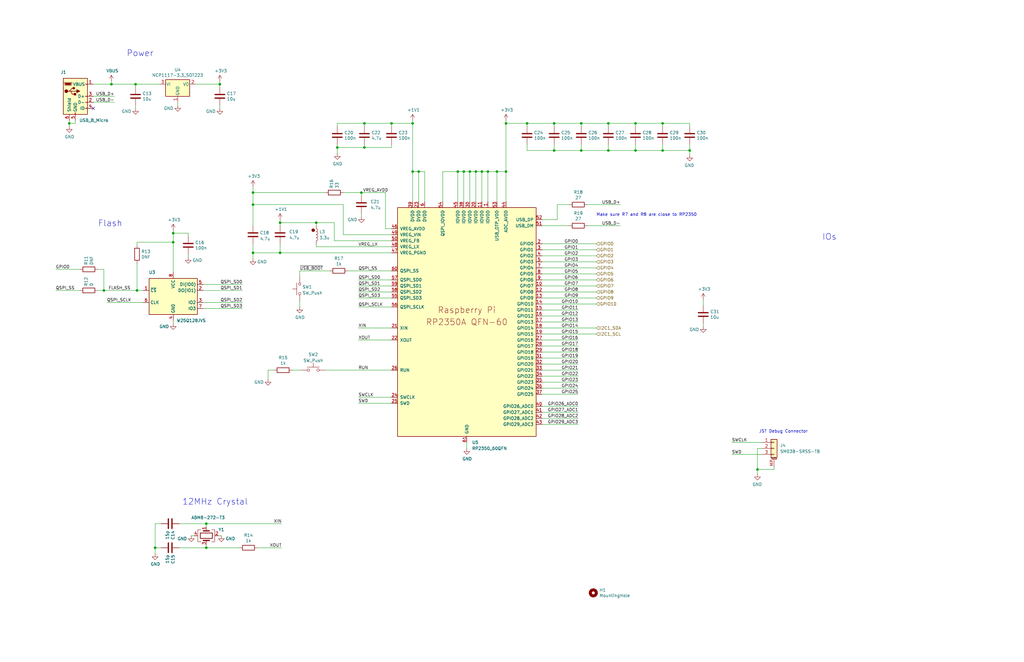
<source format=kicad_sch>
(kicad_sch (version 20250114) (generator "eeschema") (generator_version "9.0")
  (paper "B")
  (lib_symbols
    (symbol "Connector:USB_B_Micro" (pin_names (offset 1.016))
      (property "Reference" "J" (at -5.08 11.43 0))
      (property "Value" "USB_B_Micro" (at -5.08 8.89 0))
      (symbol "USB_B_Micro_0_1"
        (rectangle (start -5.08 -7.62) (end 5.08 7.62) (stroke (width 0.254)) (fill (type background)))
        (polyline (pts (xy -4.699 5.842) (xy -4.699 5.588) (xy -4.445 4.826) (xy -4.445 4.572) (xy -1.651 4.572) (xy -1.651 4.826) (xy -1.397 5.588) (xy -1.397 5.842) (xy -4.699 5.842)))
        (polyline (pts (xy -4.318 5.588) (xy -1.778 5.588) (xy -2.032 4.826) (xy -4.064 4.826) (xy -4.318 5.588)) (fill (type outline)))
        (circle (center -3.81 2.159) (radius 0.635) (stroke (width 0.254)) (fill (type outline)))
        (polyline (pts (xy -3.175 2.159) (xy -2.54 2.159) (xy -1.27 3.429) (xy -0.635 3.429)) (stroke (width 0.254)))
        (polyline (pts (xy -2.54 2.159) (xy -1.905 2.159) (xy -1.27 0.889) (xy 0 0.889)) (stroke (width 0.254)))
        (polyline (pts (xy -1.905 2.159) (xy 0.635 2.159)) (stroke (width 0.254)))
        (circle (center -0.635 3.429) (radius 0.381) (stroke (width 0.254)) (fill (type outline)))
        (rectangle (start -0.127 -7.62) (end 0.127 -6.858))
        (rectangle (start 0.254 1.27) (end -0.508 0.508) (stroke (width 0.254)) (fill (type outline)))
        (polyline (pts (xy 0.635 2.794) (xy 0.635 1.524) (xy 1.905 2.159) (xy 0.635 2.794)) (stroke (width 0.254)) (fill (type outline)))
        (rectangle (start 5.08 4.953) (end 4.318 5.207))
        (rectangle (start 5.08 -0.127) (end 4.318 0.127))
        (rectangle (start 5.08 -2.667) (end 4.318 -2.413))
        (rectangle (start 5.08 -5.207) (end 4.318 -4.953))
      )
      (symbol "USB_B_Micro_1_1"
        (pin passive line (at -2.54 -10.16 90) (length 2.54) (name "Shield") (number "6"))
        (pin power_out line (at 0 -10.16 90) (length 2.54) (name "GND") (number "5"))
        (pin power_out line (at 7.62 5.08 180) (length 2.54) (name "VBUS") (number "1"))
        (pin bidirectional line (at 7.62 0 180) (length 2.54) (name "D+") (number "3"))
        (pin bidirectional line (at 7.62 -2.54 180) (length 2.54) (name "D-") (number "2"))
        (pin passive line (at 7.62 -5.08 180) (length 2.54) (name "ID") (number "4"))
      )
    )
    (symbol "Connector_Generic_MountingPin:Conn_01x03_MountingPin" (pin_names (offset 1.016) (hide yes))
      (property "Reference" "J" (at 0 5.08 0))
      (property "Value" "Conn_01x03_MountingPin" (at 1.27 -5.08 0))
      (symbol "Conn_01x03_MountingPin_1_1"
        (rectangle (start -1.27 3.81) (end 1.27 -3.81) (stroke (width 0.254)) (fill (type background)))
        (rectangle (start -1.27 2.667) (end 0 2.413) (stroke (width 0.1524)))
        (rectangle (start -1.27 0.127) (end 0 -0.127) (stroke (width 0.1524)))
        (rectangle (start -1.27 -2.413) (end 0 -2.667) (stroke (width 0.1524)))
        (polyline (pts (xy -1.016 -4.572) (xy 1.016 -4.572)) (stroke (width 0.1524)))
        (text "Mounting" (at 0 -4.191 0) (effects (font (size 0.381 0.381))))
        (pin passive line (at -5.08 2.54 0) (length 3.81) (name "Pin_1") (number "1"))
        (pin passive line (at -5.08 0 0) (length 3.81) (name "Pin_2") (number "2"))
        (pin passive line (at -5.08 -2.54 0) (length 3.81) (name "Pin_3") (number "3"))
        (pin passive line (at 0 -7.62 90) (length 3.048) (name "MountPin") (number "MP"))
      )
    )
    (symbol "Device:C" (pin_numbers (hide yes)) (pin_names (offset 0.254))
      (property "Reference" "C" (at 0.635 2.54 0))
      (property "Value" "C" (at 0.635 -2.54 0))
      (symbol "C_0_1"
        (polyline (pts (xy -2.032 0.762) (xy 2.032 0.762)) (stroke (width 0.508)))
        (polyline (pts (xy -2.032 -0.762) (xy 2.032 -0.762)) (stroke (width 0.508)))
      )
      (symbol "C_1_1"
        (pin passive line (at 0 3.81 270) (length 2.794) (name "~") (number "1"))
        (pin passive line (at 0 -3.81 90) (length 2.794) (name "~") (number "2"))
      )
    )
    (symbol "Device:Crystal_GND24" (pin_names (offset 1.016) (hide yes))
      (property "Reference" "Y" (at 3.175 5.08 0))
      (property "Value" "Crystal_GND24" (at 3.175 3.175 0))
      (symbol "Crystal_GND24_0_1"
        (polyline (pts (xy -2.54 2.286) (xy -2.54 3.556) (xy 2.54 3.556) (xy 2.54 2.286)))
        (polyline (pts (xy -2.54 0) (xy -2.032 0)))
        (polyline (pts (xy -2.54 -2.286) (xy -2.54 -3.556) (xy 2.54 -3.556) (xy 2.54 -2.286)))
        (polyline (pts (xy -2.032 -1.27) (xy -2.032 1.27)) (stroke (width 0.508)))
        (rectangle (start -1.143 2.54) (end 1.143 -2.54) (stroke (width 0.3048)))
        (polyline (pts (xy 0 3.556) (xy 0 3.81)))
        (polyline (pts (xy 0 -3.81) (xy 0 -3.556)))
        (polyline (pts (xy 2.032 0) (xy 2.54 0)))
        (polyline (pts (xy 2.032 -1.27) (xy 2.032 1.27)) (stroke (width 0.508)))
      )
      (symbol "Crystal_GND24_1_1"
        (pin passive line (at -3.81 0 0) (length 1.27) (name "1") (number "1"))
        (pin passive line (at 0 5.08 270) (length 1.27) (name "2") (number "2"))
        (pin passive line (at 0 -5.08 90) (length 1.27) (name "4") (number "4"))
        (pin passive line (at 3.81 0 180) (length 1.27) (name "3") (number "3"))
      )
    )
    (symbol "Device:L" (pin_numbers (hide yes)) (pin_names (offset 1.016) (hide yes))
      (property "Reference" "L" (at -1.27 0 90))
      (property "Value" "L" (at 1.905 0 90))
      (symbol "L_0_1"
        (arc (start 0 2.54) (mid 0.6323 1.905) (end 0 1.27))
        (arc (start 0 1.27) (mid 0.6323 0.635) (end 0 0))
        (arc (start 0 0) (mid 0.6323 -0.635) (end 0 -1.27))
        (arc (start 0 -1.27) (mid 0.6323 -1.905) (end 0 -2.54))
      )
      (symbol "L_1_1"
        (pin passive line (at 0 3.81 270) (length 1.27) (name "1") (number "1"))
        (pin passive line (at 0 -3.81 90) (length 1.27) (name "2") (number "2"))
      )
    )
    (symbol "Device:R" (pin_numbers (hide yes)) (pin_names (offset 0))
      (property "Reference" "R" (at 2.032 0 90))
      (property "Value" "R" (at 0 0 90))
      (symbol "R_0_1"
        (rectangle (start -1.016 -2.54) (end 1.016 2.54) (stroke (width 0.254)))
      )
      (symbol "R_1_1"
        (pin passive line (at 0 3.81 270) (length 1.27) (name "~") (number "1"))
        (pin passive line (at 0 -3.81 90) (length 1.27) (name "~") (number "2"))
      )
    )
    (symbol "MCU_RaspberryPi_RP2350:RP2350_60QFN" (pin_names (offset 1.016))
      (property "Reference" "U" (at -29.21 49.53 0))
      (property "Value" "RP2350_60QFN" (at 24.13 -49.53 0))
      (symbol "RP2350_60QFN_0_0"
        (text "Raspberry Pi" (at 0 5.08 0) (effects (font (size 2.54 2.54))))
      )
      (symbol "RP2350_60QFN_0_1"
        (rectangle (start 29.21 48.26) (end -29.21 -48.26) (stroke (width 0.254)) (fill (type background)))
      )
      (symbol "RP2350_60QFN_1_0"
        (text "RP2350A QFN-60" (at 0 0 0) (effects (font (size 2.54 2.54))))
      )
      (symbol "RP2350_60QFN_1_1"
        (pin power_in line (at -31.75 39.37 0) (length 2.54) (name "VREG_AVDD") (number "46"))
        (pin power_in line (at -31.75 36.83 0) (length 2.54) (name "VREG_VIN") (number "49"))
        (pin input line (at -31.75 34.29 0) (length 2.54) (name "VREG_FB") (number "50"))
        (pin power_out line (at -31.75 31.75 0) (length 2.54) (name "VREG_LX") (number "48"))
        (pin power_in line (at -31.75 29.21 0) (length 2.54) (name "VREG_PGND") (number "47"))
        (pin bidirectional line (at -31.75 21.59 0) (length 2.54) (name "QSPI_SS") (number "60"))
        (pin bidirectional line (at -31.75 17.78 0) (length 2.54) (name "QSPI_SD0") (number "57"))
        (pin bidirectional line (at -31.75 15.24 0) (length 2.54) (name "QSPI_SD1") (number "59"))
        (pin bidirectional line (at -31.75 12.7 0) (length 2.54) (name "QSPI_SD2") (number "58"))
        (pin bidirectional line (at -31.75 10.16 0) (length 2.54) (name "QSPI_SD3") (number "55"))
        (pin output line (at -31.75 6.35 0) (length 2.54) (name "QSPI_SCLK") (number "56"))
        (pin input line (at -31.75 -2.54 0) (length 2.54) (name "XIN") (number "21"))
        (pin passive line (at -31.75 -7.62 0) (length 2.54) (name "XOUT") (number "22"))
        (pin input line (at -31.75 -20.32 0) (length 2.54) (name "RUN") (number "26"))
        (pin output line (at -31.75 -31.75 0) (length 2.54) (name "SWCLK") (number "24"))
        (pin bidirectional line (at -31.75 -34.29 0) (length 2.54) (name "SWD") (number "25"))
        (pin power_in line (at -22.86 50.8 270) (length 2.54) (name "DVDD") (number "39"))
        (pin power_in line (at -20.32 50.8 270) (length 2.54) (name "DVDD") (number "23"))
        (pin power_in line (at -17.78 50.8 270) (length 2.54) (name "DVDD") (number "6"))
        (pin power_in line (at -10.16 50.8 270) (length 2.54) (name "QSPI_IOVDD") (number "54"))
        (pin power_in line (at -3.81 50.8 270) (length 2.54) (name "IOVDD") (number "45"))
        (pin power_in line (at -1.27 50.8 270) (length 2.54) (name "IOVDD") (number "38"))
        (pin power_in line (at 0 -50.8 90) (length 2.54) (name "GND") (number "61"))
        (pin power_in line (at 1.27 50.8 270) (length 2.54) (name "IOVDD") (number "30"))
        (pin power_in line (at 3.81 50.8 270) (length 2.54) (name "IOVDD") (number "20"))
        (pin power_in line (at 6.35 50.8 270) (length 2.54) (name "IOVDD") (number "11"))
        (pin power_in line (at 8.89 50.8 270) (length 2.54) (name "IOVDD") (number "1"))
        (pin power_in line (at 12.7 50.8 270) (length 2.54) (name "USB_OTP_VDD") (number "53"))
        (pin power_in line (at 16.51 50.8 270) (length 2.54) (name "ADC_AVDD") (number "44"))
        (pin bidirectional line (at 31.75 43.18 180) (length 2.54) (name "USB_DP") (number "52"))
        (pin bidirectional line (at 31.75 40.64 180) (length 2.54) (name "USB_DM") (number "51"))
        (pin bidirectional line (at 31.75 33.02 180) (length 2.54) (name "GPIO0") (number "2"))
        (pin bidirectional line (at 31.75 30.48 180) (length 2.54) (name "GPIO1") (number "3"))
        (pin bidirectional line (at 31.75 27.94 180) (length 2.54) (name "GPIO2") (number "4"))
        (pin bidirectional line (at 31.75 25.4 180) (length 2.54) (name "GPIO3") (number "5"))
        (pin bidirectional line (at 31.75 22.86 180) (length 2.54) (name "GPIO4") (number "7"))
        (pin bidirectional line (at 31.75 20.32 180) (length 2.54) (name "GPIO5") (number "8"))
        (pin bidirectional line (at 31.75 17.78 180) (length 2.54) (name "GPIO6") (number "9"))
        (pin bidirectional line (at 31.75 15.24 180) (length 2.54) (name "GPIO7") (number "10"))
        (pin bidirectional line (at 31.75 12.7 180) (length 2.54) (name "GPIO8") (number "12"))
        (pin bidirectional line (at 31.75 10.16 180) (length 2.54) (name "GPIO9") (number "13"))
        (pin bidirectional line (at 31.75 7.62 180) (length 2.54) (name "GPIO10") (number "14"))
        (pin bidirectional line (at 31.75 5.08 180) (length 2.54) (name "GPIO11") (number "15"))
        (pin bidirectional line (at 31.75 2.54 180) (length 2.54) (name "GPIO12") (number "16"))
        (pin bidirectional line (at 31.75 0 180) (length 2.54) (name "GPIO13") (number "17"))
        (pin bidirectional line (at 31.75 -2.54 180) (length 2.54) (name "GPIO14") (number "18"))
        (pin bidirectional line (at 31.75 -5.08 180) (length 2.54) (name "GPIO15") (number "19"))
        (pin bidirectional line (at 31.75 -7.62 180) (length 2.54) (name "GPIO16") (number "27"))
        (pin bidirectional line (at 31.75 -10.16 180) (length 2.54) (name "GPIO17") (number "28"))
        (pin bidirectional line (at 31.75 -12.7 180) (length 2.54) (name "GPIO18") (number "29"))
        (pin bidirectional line (at 31.75 -15.24 180) (length 2.54) (name "GPIO19") (number "31"))
        (pin bidirectional line (at 31.75 -17.78 180) (length 2.54) (name "GPIO20") (number "32"))
        (pin bidirectional line (at 31.75 -20.32 180) (length 2.54) (name "GPIO21") (number "33"))
        (pin bidirectional line (at 31.75 -22.86 180) (length 2.54) (name "GPIO22") (number "34"))
        (pin bidirectional line (at 31.75 -25.4 180) (length 2.54) (name "GPIO23") (number "35"))
        (pin bidirectional line (at 31.75 -27.94 180) (length 2.54) (name "GPIO24") (number "36"))
        (pin bidirectional line (at 31.75 -30.48 180) (length 2.54) (name "GPIO25") (number "37"))
        (pin bidirectional line (at 31.75 -35.56 180) (length 2.54) (name "GPIO26_ADC0") (number "40"))
        (pin bidirectional line (at 31.75 -38.1 180) (length 2.54) (name "GPIO27_ADC1") (number "41"))
        (pin bidirectional line (at 31.75 -40.64 180) (length 2.54) (name "GPIO28_ADC2") (number "42"))
        (pin bidirectional line (at 31.75 -43.18 180) (length 2.54) (name "GPIO29_ADC3") (number "43"))
      )
    )
    (symbol "Mechanical:MountingHole" (pin_names (offset 1.016))
      (property "Reference" "H" (at 0 5.08 0))
      (property "Value" "MountingHole" (at 0 3.175 0))
      (symbol "MountingHole_0_1"
        (circle (center 0 0) (radius 1.27) (stroke (width 1.27)))
      )
    )
    (symbol "Memory_Flash:W25Q128JVS"
      (property "Reference" "U" (at -8.89 8.89 0))
      (property "Value" "W25Q128JVS" (at 7.62 8.89 0))
      (symbol "W25Q128JVS_0_1"
        (rectangle (start -10.16 7.62) (end 10.16 -7.62) (stroke (width 0.254)) (fill (type background)))
      )
      (symbol "W25Q128JVS_1_1"
        (pin input line (at -12.7 2.54 0) (length 2.54) (name "~{CS}") (number "1"))
        (pin input line (at -12.7 -2.54 0) (length 2.54) (name "CLK") (number "6"))
        (pin power_in line (at 0 10.16 270) (length 2.54) (name "VCC") (number "8"))
        (pin power_in line (at 0 -10.16 90) (length 2.54) (name "GND") (number "4"))
        (pin bidirectional line (at 12.7 5.08 180) (length 2.54) (name "DI(IO0)") (number "5"))
        (pin bidirectional line (at 12.7 2.54 180) (length 2.54) (name "DO(IO1)") (number "2"))
        (pin bidirectional line (at 12.7 -2.54 180) (length 2.54) (name "IO2") (number "3"))
        (pin bidirectional line (at 12.7 -5.08 180) (length 2.54) (name "IO3") (number "7"))
      )
    )
    (symbol "Regulator_Linear:NCP1117-3.3_SOT223" (pin_names (offset 0.254))
      (property "Reference" "U" (at -3.81 3.175 0))
      (property "Value" "NCP1117-3.3_SOT223" (at 0 3.175 0))
      (symbol "NCP1117-3.3_SOT223_0_1"
        (rectangle (start -5.08 -5.08) (end 5.08 1.905) (stroke (width 0.254)) (fill (type background)))
      )
      (symbol "NCP1117-3.3_SOT223_1_1"
        (pin power_in line (at -7.62 0 0) (length 2.54) (name "VI") (number "3"))
        (pin power_in line (at 0 -7.62 90) (length 2.54) (name "GND") (number "1"))
        (pin power_out line (at 7.62 0 180) (length 2.54) (name "VO") (number "2"))
      )
    )
    (symbol "Switch:SW_Push" (pin_numbers (hide yes)) (pin_names (offset 1.016) (hide yes))
      (property "Reference" "SW" (at 1.27 2.54 0))
      (property "Value" "SW_Push" (at 0 -1.524 0))
      (symbol "SW_Push_0_1"
        (circle (center -2.032 0) (radius 0.508))
        (polyline (pts (xy 0 1.27) (xy 0 3.048)))
        (circle (center 2.032 0) (radius 0.508))
        (polyline (pts (xy 2.54 1.27) (xy -2.54 1.27)))
        (pin passive line (at -5.08 0 0) (length 2.54) (name "1") (number "1"))
        (pin passive line (at 5.08 0 180) (length 2.54) (name "2") (number "2"))
      )
    )
    (symbol "power:+1V1" (power) (pin_names (offset 0))
      (property "Value" "+1V1" (at 0 3.556 0))
      (symbol "+1V1_0_1"
        (polyline (pts (xy -0.762 1.27) (xy 0 2.54)))
        (polyline (pts (xy 0 2.54) (xy 0.762 1.27)))
        (polyline (pts (xy 0 0) (xy 0 2.54)))
      )
      (symbol "+1V1_1_1"
        (pin power_in line (at 0 0 90) (length 0) (hide yes) (name "+1V1") (number "1"))
      )
    )
    (symbol "power:+3V3" (power) (pin_names (offset 0))
      (property "Value" "+3V3" (at 0 3.556 0))
      (symbol "+3V3_0_1"
        (polyline (pts (xy -0.762 1.27) (xy 0 2.54)))
        (polyline (pts (xy 0 2.54) (xy 0.762 1.27)))
        (polyline (pts (xy 0 0) (xy 0 2.54)))
      )
      (symbol "+3V3_1_1"
        (pin power_in line (at 0 0 90) (length 0) (hide yes) (name "+3V3") (number "1"))
      )
    )
    (symbol "power:GND" (power) (pin_names (offset 0))
      (property "Value" "GND" (at 0 -3.81 0))
      (symbol "GND_0_1"
        (polyline (pts (xy 0 0) (xy 0 -1.27) (xy 1.27 -1.27) (xy 0 -2.54) (xy -1.27 -1.27) (xy 0 -1.27)))
      )
      (symbol "GND_1_1"
        (pin power_in line (at 0 0 270) (length 0) (hide yes) (name "GND") (number "1"))
      )
    )
    (symbol "power:VBUS" (power) (pin_names (offset 0))
      (property "Value" "VBUS" (at 0 3.81 0))
      (symbol "VBUS_0_1"
        (polyline (pts (xy -0.762 1.27) (xy 0 2.54)))
        (polyline (pts (xy 0 2.54) (xy 0.762 1.27)))
        (polyline (pts (xy 0 0) (xy 0 2.54)))
      )
      (symbol "VBUS_1_1"
        (pin power_in line (at 0 0 90) (length 0) (hide yes) (name "VBUS") (number "1"))
      )
    )
  )
  (circle (center 132.08 97.155) (radius 0.635) (stroke (width 0) (color 132 0 0 1)) (fill (type color) (color 132 0 0 1)))
  (text "Flash" (at 41.275 95.885 0) (effects (font (size 2.54 2.54)) (justify left bottom)))
  (text "12MHz Crystal" (at 76.835 213.36 0) (effects (font (size 2.54 2.54)) (justify left bottom)))
  (text "Power" (at 53.34 24.13 0) (effects (font (size 2.54 2.54)) (justify left bottom)))
  (text "Make sure R7 and R8 are close to RP2350\n" (at 251.46 91.44 0) (effects (font (size 1.27 1.27)) (justify left bottom)))
  (text "IOs" (at 346.71 101.6 0) (effects (font (size 2.54 2.54)) (justify left bottom)))
  (text "JST Debug Connector" (at 320.04 182.88 0) (effects (font (size 1.27 1.27)) (justify left bottom)))
  (junction (at 92.71 35.56))
  (junction (at 73.025 102.235))
  (junction (at 86.995 231.14))
  (junction (at 153.67 52.07))
  (junction (at 57.15 35.56))
  (junction (at 106.68 106.68))
  (junction (at 279.4 63.5))
  (junction (at 209.55 72.39))
  (junction (at 165.1 52.07))
  (junction (at 106.68 86.36))
  (junction (at 86.995 220.98))
  (junction (at 142.24 62.23))
  (junction (at 279.4 52.07))
  (junction (at 290.83 63.5))
  (junction (at 233.68 63.5))
  (junction (at 118.11 106.68))
  (junction (at 43.815 122.555))
  (junction (at 245.11 63.5))
  (junction (at 133.35 93.98))
  (junction (at 195.58 72.39))
  (junction (at 267.97 63.5))
  (junction (at 267.97 52.07))
  (junction (at 193.04 72.39))
  (junction (at 245.11 52.07))
  (junction (at 213.36 52.07))
  (junction (at 256.54 52.07))
  (junction (at 73.025 98.425))
  (junction (at 200.66 72.39))
  (junction (at 65.405 231.14))
  (junction (at 118.11 93.98))
  (junction (at 213.36 72.39))
  (junction (at 173.99 52.07))
  (junction (at 153.67 62.23))
  (junction (at 222.25 52.07))
  (junction (at 233.68 52.07))
  (junction (at 203.2 72.39))
  (junction (at 205.74 72.39))
  (junction (at 106.68 81.28))
  (junction (at 198.12 72.39))
  (junction (at 256.54 63.5))
  (junction (at 173.99 72.39))
  (junction (at 176.53 72.39))
  (junction (at 29.21 52.07))
  (junction (at 46.99 35.56))
  (junction (at 152.4 81.28))
  (junction (at 57.785 122.555))
  (junction (at 319.405 198.12))
  (no_connect (at 39.37 45.72))
  (wire (pts (xy 228.6 92.71) (xy 234.95 92.71)))
  (wire (pts (xy 319.405 198.12) (xy 319.405 200.025)))
  (wire (pts (xy 186.69 72.39) (xy 193.04 72.39)))
  (wire (pts (xy 106.68 81.28) (xy 137.16 81.28)))
  (wire (pts (xy 133.35 104.14) (xy 133.35 102.87)))
  (wire (pts (xy 256.54 53.34) (xy 256.54 52.07)))
  (wire (pts (xy 176.53 72.39) (xy 173.99 72.39)))
  (wire (pts (xy 144.78 81.28) (xy 152.4 81.28)))
  (wire (pts (xy 165.1 114.3) (xy 146.685 114.3)))
  (wire (pts (xy 106.68 106.68) (xy 118.11 106.68)))
  (wire (pts (xy 118.11 106.68) (xy 165.1 106.68)))
  (wire (pts (xy 196.85 186.69) (xy 196.85 189.23)))
  (wire (pts (xy 228.6 176.53) (xy 243.84 176.53)))
  (wire (pts (xy 152.4 91.44) (xy 152.4 90.17)))
  (wire (pts (xy 228.6 143.51) (xy 243.84 143.51)))
  (wire (pts (xy 213.36 52.07) (xy 213.36 72.39)))
  (wire (pts (xy 209.55 72.39) (xy 213.36 72.39)))
  (wire (pts (xy 57.15 44.45) (xy 57.15 45.72)))
  (wire (pts (xy 57.785 102.235) (xy 73.025 102.235)))
  (wire (pts (xy 319.405 189.23) (xy 319.405 198.12)))
  (wire (pts (xy 137.16 156.21) (xy 165.1 156.21)))
  (wire (pts (xy 267.97 53.34) (xy 267.97 52.07)))
  (wire (pts (xy 73.025 102.235) (xy 73.025 114.935)))
  (wire (pts (xy 46.99 35.56) (xy 57.15 35.56)))
  (wire (pts (xy 73.025 135.255) (xy 73.025 136.525)))
  (wire (pts (xy 57.785 103.505) (xy 57.785 102.235)))
  (wire (pts (xy 228.6 161.29) (xy 243.84 161.29)))
  (wire (pts (xy 85.725 120.015) (xy 102.235 120.015)))
  (wire (pts (xy 290.83 53.34) (xy 290.83 52.07)))
  (wire (pts (xy 31.75 50.8) (xy 31.75 52.07)))
  (wire (pts (xy 198.12 85.09) (xy 198.12 72.39)))
  (wire (pts (xy 118.11 95.25) (xy 118.11 93.98)))
  (wire (pts (xy 176.53 72.39) (xy 179.07 72.39)))
  (wire (pts (xy 213.36 50.8) (xy 213.36 52.07)))
  (wire (pts (xy 290.83 63.5) (xy 290.83 65.405)))
  (wire (pts (xy 65.405 220.98) (xy 65.405 231.14)))
  (wire (pts (xy 234.95 86.36) (xy 240.03 86.36)))
  (wire (pts (xy 213.36 52.07) (xy 222.25 52.07)))
  (wire (pts (xy 151.13 125.73) (xy 165.1 125.73)))
  (wire (pts (xy 228.6 105.41) (xy 251.46 105.41)))
  (wire (pts (xy 57.785 122.555) (xy 60.325 122.555)))
  (wire (pts (xy 133.35 104.14) (xy 165.1 104.14)))
  (wire (pts (xy 92.71 35.56) (xy 92.71 34.29)))
  (wire (pts (xy 23.495 113.665) (xy 33.655 113.665)))
  (wire (pts (xy 228.6 151.13) (xy 243.84 151.13)))
  (wire (pts (xy 165.1 167.64) (xy 151.13 167.64)))
  (wire (pts (xy 152.4 81.28) (xy 152.4 82.55)))
  (wire (pts (xy 153.67 53.34) (xy 153.67 52.07)))
  (wire (pts (xy 222.25 53.34) (xy 222.25 52.07)))
  (wire (pts (xy 296.545 136.525) (xy 296.545 137.795)))
  (wire (pts (xy 67.945 220.98) (xy 65.405 220.98)))
  (wire (pts (xy 228.6 148.59) (xy 243.84 148.59)))
  (wire (pts (xy 256.54 60.96) (xy 256.54 63.5)))
  (wire (pts (xy 142.24 62.23) (xy 142.24 64.77)))
  (wire (pts (xy 228.6 146.05) (xy 243.84 146.05)))
  (wire (pts (xy 86.995 222.25) (xy 86.995 220.98)))
  (wire (pts (xy 106.68 102.87) (xy 106.68 106.68)))
  (wire (pts (xy 165.1 62.23) (xy 165.1 60.96)))
  (wire (pts (xy 267.97 60.96) (xy 267.97 63.5)))
  (wire (pts (xy 41.275 122.555) (xy 43.815 122.555)))
  (wire (pts (xy 279.4 63.5) (xy 267.97 63.5)))
  (wire (pts (xy 113.03 156.21) (xy 113.03 160.02)))
  (wire (pts (xy 67.31 35.56) (xy 57.15 35.56)))
  (wire (pts (xy 151.13 118.11) (xy 165.1 118.11)))
  (wire (pts (xy 228.6 113.03) (xy 251.46 113.03)))
  (wire (pts (xy 279.4 52.07) (xy 290.83 52.07)))
  (wire (pts (xy 228.6 158.75) (xy 243.84 158.75)))
  (wire (pts (xy 118.11 102.87) (xy 118.11 106.68)))
  (wire (pts (xy 106.68 86.36) (xy 106.68 95.25)))
  (wire (pts (xy 228.6 173.99) (xy 243.84 173.99)))
  (wire (pts (xy 173.99 52.07) (xy 173.99 72.39)))
  (wire (pts (xy 80.645 226.06) (xy 81.915 226.06)))
  (wire (pts (xy 39.37 43.18) (xy 48.26 43.18)))
  (wire (pts (xy 256.54 63.5) (xy 245.11 63.5)))
  (wire (pts (xy 23.495 122.555) (xy 33.655 122.555)))
  (wire (pts (xy 133.35 93.98) (xy 133.35 95.25)))
  (wire (pts (xy 203.2 85.09) (xy 203.2 72.39)))
  (wire (pts (xy 233.68 53.34) (xy 233.68 52.07)))
  (wire (pts (xy 195.58 85.09) (xy 195.58 72.39)))
  (wire (pts (xy 165.1 53.34) (xy 165.1 52.07)))
  (wire (pts (xy 296.545 126.365) (xy 296.545 128.905)))
  (wire (pts (xy 39.37 40.64) (xy 48.26 40.64)))
  (wire (pts (xy 228.6 120.65) (xy 251.46 120.65)))
  (wire (pts (xy 228.6 95.25) (xy 240.03 95.25)))
  (wire (pts (xy 234.95 86.36) (xy 234.95 92.71)))
  (wire (pts (xy 245.11 52.07) (xy 256.54 52.07)))
  (wire (pts (xy 173.99 72.39) (xy 173.99 85.09)))
  (wire (pts (xy 245.11 63.5) (xy 233.68 63.5)))
  (wire (pts (xy 228.6 130.81) (xy 243.84 130.81)))
  (wire (pts (xy 228.6 135.89) (xy 243.84 135.89)))
  (wire (pts (xy 233.68 60.96) (xy 233.68 63.5)))
  (wire (pts (xy 165.1 129.54) (xy 151.13 129.54)))
  (wire (pts (xy 57.785 111.125) (xy 57.785 122.555)))
  (wire (pts (xy 228.6 107.95) (xy 251.46 107.95)))
  (wire (pts (xy 228.6 115.57) (xy 251.46 115.57)))
  (wire (pts (xy 115.57 156.21) (xy 113.03 156.21)))
  (wire (pts (xy 140.97 101.6) (xy 140.97 93.98)))
  (wire (pts (xy 245.11 53.34) (xy 245.11 52.07)))
  (wire (pts (xy 233.68 63.5) (xy 222.25 63.5)))
  (wire (pts (xy 123.19 156.21) (xy 127 156.21)))
  (wire (pts (xy 186.69 85.09) (xy 186.69 72.39)))
  (wire (pts (xy 228.6 166.37) (xy 243.84 166.37)))
  (wire (pts (xy 126.365 127) (xy 126.365 129.54)))
  (wire (pts (xy 41.275 113.665) (xy 43.815 113.665)))
  (wire (pts (xy 228.6 133.35) (xy 243.84 133.35)))
  (wire (pts (xy 228.6 171.45) (xy 243.84 171.45)))
  (wire (pts (xy 203.2 72.39) (xy 205.74 72.39)))
  (wire (pts (xy 326.39 196.85) (xy 326.39 198.12)))
  (wire (pts (xy 233.68 52.07) (xy 245.11 52.07)))
  (wire (pts (xy 85.725 127.635) (xy 102.235 127.635)))
  (wire (pts (xy 228.6 102.87) (xy 251.46 102.87)))
  (wire (pts (xy 65.405 231.14) (xy 65.405 233.68)))
  (wire (pts (xy 200.66 85.09) (xy 200.66 72.39)))
  (wire (pts (xy 247.65 95.25) (xy 261.62 95.25)))
  (wire (pts (xy 29.21 52.07) (xy 29.21 53.34)))
  (wire (pts (xy 228.6 118.11) (xy 251.46 118.11)))
  (wire (pts (xy 43.815 113.665) (xy 43.815 122.555)))
  (wire (pts (xy 165.1 170.18) (xy 151.13 170.18)))
  (wire (pts (xy 106.68 86.36) (xy 144.78 86.36)))
  (wire (pts (xy 179.07 72.39) (xy 179.07 85.09)))
  (wire (pts (xy 228.6 125.73) (xy 251.46 125.73)))
  (wire (pts (xy 45.085 127.635) (xy 60.325 127.635)))
  (wire (pts (xy 228.6 163.83) (xy 243.84 163.83)))
  (wire (pts (xy 86.995 231.14) (xy 100.965 231.14)))
  (wire (pts (xy 92.71 36.83) (xy 92.71 35.56)))
  (wire (pts (xy 144.78 99.06) (xy 165.1 99.06)))
  (wire (pts (xy 79.375 98.425) (xy 73.025 98.425)))
  (wire (pts (xy 153.67 60.96) (xy 153.67 62.23)))
  (wire (pts (xy 75.565 231.14) (xy 86.995 231.14)))
  (wire (pts (xy 106.68 78.74) (xy 106.68 81.28)))
  (wire (pts (xy 142.24 60.96) (xy 142.24 62.23)))
  (wire (pts (xy 39.37 35.56) (xy 46.99 35.56)))
  (wire (pts (xy 46.99 34.29) (xy 46.99 35.56)))
  (wire (pts (xy 165.1 52.07) (xy 173.99 52.07)))
  (wire (pts (xy 228.6 179.07) (xy 243.84 179.07)))
  (wire (pts (xy 319.405 198.12) (xy 326.39 198.12)))
  (wire (pts (xy 247.65 86.36) (xy 261.62 86.36)))
  (wire (pts (xy 195.58 72.39) (xy 198.12 72.39)))
  (wire (pts (xy 118.11 92.71) (xy 118.11 93.98)))
  (wire (pts (xy 153.67 62.23) (xy 165.1 62.23)))
  (wire (pts (xy 57.15 36.83) (xy 57.15 35.56)))
  (wire (pts (xy 267.97 63.5) (xy 256.54 63.5)))
  (wire (pts (xy 82.55 35.56) (xy 92.71 35.56)))
  (wire (pts (xy 279.4 63.5) (xy 290.83 63.5)))
  (wire (pts (xy 193.04 85.09) (xy 193.04 72.39)))
  (wire (pts (xy 108.585 231.14) (xy 118.745 231.14)))
  (wire (pts (xy 142.24 52.07) (xy 153.67 52.07)))
  (wire (pts (xy 43.815 122.555) (xy 57.785 122.555)))
  (wire (pts (xy 256.54 52.07) (xy 267.97 52.07)))
  (wire (pts (xy 67.945 231.14) (xy 65.405 231.14)))
  (wire (pts (xy 118.11 93.98) (xy 133.35 93.98)))
  (wire (pts (xy 279.4 60.96) (xy 279.4 63.5)))
  (wire (pts (xy 228.6 156.21) (xy 243.84 156.21)))
  (wire (pts (xy 151.13 120.65) (xy 165.1 120.65)))
  (wire (pts (xy 126.365 114.3) (xy 126.365 116.84)))
  (wire (pts (xy 213.36 72.39) (xy 213.36 85.09)))
  (wire (pts (xy 139.065 114.3) (xy 126.365 114.3)))
  (wire (pts (xy 106.68 81.28) (xy 106.68 86.36)))
  (wire (pts (xy 85.725 130.175) (xy 102.235 130.175)))
  (wire (pts (xy 140.97 93.98) (xy 133.35 93.98)))
  (wire (pts (xy 290.83 60.96) (xy 290.83 63.5)))
  (wire (pts (xy 173.99 50.8) (xy 173.99 52.07)))
  (wire (pts (xy 200.66 72.39) (xy 203.2 72.39)))
  (wire (pts (xy 79.375 107.315) (xy 79.375 108.585)))
  (wire (pts (xy 205.74 72.39) (xy 205.74 85.09)))
  (wire (pts (xy 85.725 122.555) (xy 102.235 122.555)))
  (wire (pts (xy 79.375 99.695) (xy 79.375 98.425)))
  (wire (pts (xy 228.6 123.19) (xy 251.46 123.19)))
  (wire (pts (xy 92.71 44.45) (xy 92.71 45.72)))
  (wire (pts (xy 209.55 85.09) (xy 209.55 72.39)))
  (wire (pts (xy 151.13 138.43) (xy 165.1 138.43)))
  (wire (pts (xy 86.995 229.87) (xy 86.995 231.14)))
  (wire (pts (xy 152.4 81.28) (xy 162.56 81.28)))
  (wire (pts (xy 86.995 220.98) (xy 118.745 220.98)))
  (wire (pts (xy 151.13 123.19) (xy 165.1 123.19)))
  (wire (pts (xy 308.61 191.77) (xy 321.31 191.77)))
  (wire (pts (xy 321.31 189.23) (xy 319.405 189.23)))
  (wire (pts (xy 144.78 86.36) (xy 144.78 99.06)))
  (wire (pts (xy 228.6 140.97) (xy 251.46 140.97)))
  (wire (pts (xy 245.11 60.96) (xy 245.11 63.5)))
  (wire (pts (xy 74.93 43.18) (xy 74.93 44.45)))
  (wire (pts (xy 228.6 138.43) (xy 251.46 138.43)))
  (wire (pts (xy 308.61 186.69) (xy 321.31 186.69)))
  (wire (pts (xy 106.68 106.68) (xy 106.68 109.22)))
  (wire (pts (xy 222.25 52.07) (xy 233.68 52.07)))
  (wire (pts (xy 162.56 81.28) (xy 162.56 96.52)))
  (wire (pts (xy 198.12 72.39) (xy 200.66 72.39)))
  (wire (pts (xy 31.75 52.07) (xy 29.21 52.07)))
  (wire (pts (xy 205.74 72.39) (xy 209.55 72.39)))
  (wire (pts (xy 228.6 110.49) (xy 251.46 110.49)))
  (wire (pts (xy 228.6 153.67) (xy 243.84 153.67)))
  (wire (pts (xy 162.56 96.52) (xy 165.1 96.52)))
  (wire (pts (xy 73.025 98.425) (xy 73.025 102.235)))
  (wire (pts (xy 193.04 72.39) (xy 195.58 72.39)))
  (wire (pts (xy 165.1 101.6) (xy 140.97 101.6)))
  (wire (pts (xy 75.565 220.98) (xy 86.995 220.98)))
  (wire (pts (xy 165.1 143.51) (xy 151.13 143.51)))
  (wire (pts (xy 29.21 50.8) (xy 29.21 52.07)))
  (wire (pts (xy 267.97 52.07) (xy 279.4 52.07)))
  (wire (pts (xy 73.025 97.155) (xy 73.025 98.425)))
  (wire (pts (xy 153.67 52.07) (xy 165.1 52.07)))
  (wire (pts (xy 142.24 53.34) (xy 142.24 52.07)))
  (wire (pts (xy 92.075 226.06) (xy 93.345 226.06)))
  (wire (pts (xy 228.6 128.27) (xy 251.46 128.27)))
  (wire (pts (xy 222.25 60.96) (xy 222.25 63.5)))
  (wire (pts (xy 142.24 62.23) (xy 153.67 62.23)))
  (wire (pts (xy 279.4 53.34) (xy 279.4 52.07)))
  (wire (pts (xy 176.53 85.09) (xy 176.53 72.39)))
  (label "QSPI_SD3" (at 102.235 130.175 180))
  (label "GPIO20" (at 243.84 153.67 180))
  (label "XIN" (at 151.13 138.43 0))
  (label "GPIO17" (at 243.84 146.05 180))
  (label "XIN" (at 118.745 220.98 180))
  (label "GPIO6" (at 243.84 118.11 180))
  (label "USB_D-" (at 48.26 43.18 180))
  (label "RUN" (at 151.13 156.21 0))
  (label "VREG_LX" (at 151.13 104.14 0))
  (label "USB_D+" (at 261.62 86.36 180))
  (label "QSPI_SS" (at 23.495 122.555 0))
  (label "SWCLK" (at 151.13 167.64 0))
  (label "GPIO19" (at 243.84 151.13 180))
  (label "GPIO9" (at 243.84 125.73 180))
  (label "GPIO0" (at 243.84 102.87 180))
  (label "GPIO1" (at 243.84 105.41 180))
  (label "USB_D+" (at 48.26 40.64 180))
  (label "GPIO5" (at 243.84 115.57 180))
  (label "GPIO27_ADC1" (at 243.84 173.99 180))
  (label "QSPI_SD0" (at 102.235 120.015 180))
  (label "FLASH_SS" (at 45.72 122.555 0))
  (label "GPIO4" (at 243.84 113.03 180))
  (label "QSPI_SD1" (at 151.13 120.65 0))
  (label "GPIO15" (at 243.84 140.97 180))
  (label "SWD" (at 308.61 191.77 0))
  (label "GPIO28_ADC2" (at 243.84 176.53 180))
  (label "XOUT" (at 151.13 143.51 0))
  (label "SWCLK" (at 308.61 186.69 0))
  (label "QSPI_SD3" (at 151.13 125.73 0))
  (label "GPIO23" (at 243.84 161.29 180))
  (label "GPIO11" (at 243.84 130.81 180))
  (label "GPIO29_ADC3" (at 243.84 179.07 180))
  (label "GPIO13" (at 243.84 135.89 180))
  (label "GPIO16" (at 243.84 143.51 180))
  (label "GPIO8" (at 243.84 123.19 180))
  (label "GPIO26_ADC0" (at 243.84 171.45 180))
  (label "GPIO7" (at 243.84 120.65 180))
  (label "~{USB_BOOT}" (at 126.365 114.3 0))
  (label "QSPI_SD0" (at 151.13 118.11 0))
  (label "QSPI_SCLK" (at 45.085 127.635 0))
  (label "GPIO0" (at 23.495 113.665 0))
  (label "USB_D-" (at 261.62 95.25 180))
  (label "GPIO3" (at 243.84 110.49 180))
  (label "SWD" (at 151.13 170.18 0))
  (label "GPIO21" (at 243.84 156.21 180))
  (label "VREG_AVDD" (at 153.035 81.28 0))
  (label "QSPI_SCLK" (at 151.13 129.54 0))
  (label "QSPI_SD2" (at 102.235 127.635 180))
  (label "GPIO22" (at 243.84 158.75 180))
  (label "GPIO18" (at 243.84 148.59 180))
  (label "GPIO14" (at 243.84 138.43 180))
  (label "GPIO10" (at 243.84 128.27 180))
  (label "QSPI_SD1" (at 102.235 122.555 180))
  (label "QSPI_SD2" (at 151.13 123.19 0))
  (label "GPIO25" (at 243.84 166.37 180))
  (label "GPIO12" (at 243.84 133.35 180))
  (label "XOUT" (at 118.745 231.14 180))
  (label "GPIO2" (at 243.84 107.95 180))
  (label "QSPI_SS" (at 151.13 114.3 0))
  (label "GPIO24" (at 243.84 163.83 180))
  (hierarchical_label "GPIO1" (shape input) (at 251.46 105.41 0))
  (hierarchical_label "I2C1_SDA" (shape input) (at 251.46 138.43 0))
  (hierarchical_label "GPIO5" (shape input) (at 251.46 115.57 0))
  (hierarchical_label "GPIO8" (shape input) (at 251.46 123.19 0))
  (hierarchical_label "GPIO3" (shape input) (at 251.46 110.49 0))
  (hierarchical_label "GPIO2" (shape input) (at 251.46 107.95 0))
  (hierarchical_label "GPIO9" (shape input) (at 251.46 125.73 0))
  (hierarchical_label "GPIO0" (shape input) (at 251.46 102.87 0))
  (hierarchical_label "I2C1_SCL" (shape input) (at 251.46 140.97 0))
  (hierarchical_label "GPIO4" (shape input) (at 251.46 113.03 0))
  (hierarchical_label "GPIO7" (shape input) (at 251.46 120.65 0))
  (hierarchical_label "GPIO10" (shape input) (at 251.46 128.27 0))
  (hierarchical_label "GPIO6" (shape input) (at 251.46 118.11 0))
  (symbol (lib_id "Memory_Flash:W25Q128JVS") (at 73.025 125.095 0) (unit 1)
    (property "Reference" "U3" (at 64.135 114.935 0))
    (property "Value" "W25Q128JVS" (at 80.645 135.255 0))
    (property "Footprint" "Package_SO:SOIC-8_5.23x5.23mm_P1.27mm" (effects (hide yes)))
    (property "Datasheet" "http://www.winbond.com/resource-files/w25q128jv_dtr%20revc%2003272018%20plus.pdf" (effects (hide yes)))
  )
  (symbol (lib_id "Connector:USB_B_Micro") (at 31.75 40.64 0) (unit 1)
    (property "Reference" "J1" (at 27.94 30.48 0) (effects (justify right)))
    (property "Value" "USB_B_Micro" (at 45.72 50.8 0) (effects (justify right)))
    (property "Footprint" "49022_Footprints:USB_Micro-B_Amphenol_10103594-0001LF_Horizontal_modified" (effects (hide yes)))
  )
  (symbol (lib_id "power:GND") (at 196.85 189.23 0) (unit 1)
    (property "Reference" "#PWR034" (effects (hide yes)))
    (property "Value" "GND" (at 196.977 193.6242 0))
  )
  (symbol (lib_id "power:+3V3") (at 213.36 50.8 0) (unit 1)
    (property "Reference" "#PWR035" (effects (hide yes)))
    (property "Value" "+3V3" (at 213.741 46.4058 0))
  )
  (symbol (lib_id "Device:C") (at 233.68 57.15 0) (unit 1)
    (property "Reference" "C25" (at 236.601 55.9816 0) (effects (justify left)))
    (property "Value" "100n" (at 236.601 58.293 0) (effects (justify left)))
    (property "Footprint" "Capacitor_SMD:C_0402_1005Metric" (effects (hide yes)))
  )
  (symbol (lib_id "Device:C") (at 245.11 57.15 0) (unit 1)
    (property "Reference" "C26" (at 248.031 55.9816 0) (effects (justify left)))
    (property "Value" "100n" (at 248.031 58.293 0) (effects (justify left)))
    (property "Footprint" "Capacitor_SMD:C_0402_1005Metric" (effects (hide yes)))
  )
  (symbol (lib_id "Device:C") (at 256.54 57.15 0) (unit 1)
    (property "Reference" "C27" (at 259.461 55.9816 0) (effects (justify left)))
    (property "Value" "100n" (at 259.461 58.293 0) (effects (justify left)))
    (property "Footprint" "Capacitor_SMD:C_0402_1005Metric" (effects (hide yes)))
  )
  (symbol (lib_id "Device:C") (at 267.97 57.15 0) (unit 1)
    (property "Reference" "C28" (at 270.891 55.9816 0) (effects (justify left)))
    (property "Value" "100n" (at 270.891 58.293 0) (effects (justify left)))
    (property "Footprint" "Capacitor_SMD:C_0402_1005Metric" (effects (hide yes)))
  )
  (symbol (lib_id "Device:C") (at 279.4 57.15 0) (unit 1)
    (property "Reference" "C29" (at 282.321 55.9816 0) (effects (justify left)))
    (property "Value" "100n" (at 282.321 58.293 0) (effects (justify left)))
    (property "Footprint" "Capacitor_SMD:C_0402_1005Metric" (effects (hide yes)))
  )
  (symbol (lib_id "Mechanical:MountingHole") (at 250.19 250.19 0) (unit 1)
    (property "Reference" "H1" (at 252.73 249.0216 0) (effects (justify left)))
    (property "Value" "MountingHole" (at 252.73 251.333 0) (effects (justify left)))
    (property "Footprint" "MountingHole:MountingHole_2.7mm_M2.5" (effects (hide yes)))
  )
  (symbol (lib_id "power:+3V3") (at 296.545 126.365 0) (unit 1)
    (property "Reference" "#PWR037" (effects (hide yes)))
    (property "Value" "+3V3" (at 296.926 121.9708 0))
  )
  (symbol (lib_id "Device:C") (at 296.545 132.715 0) (unit 1)
    (property "Reference" "C31" (at 299.466 131.5466 0) (effects (justify left)))
    (property "Value" "10u" (at 299.466 133.858 0) (effects (justify left)))
    (property "Footprint" "Capacitor_SMD:C_0805_2012Metric" (effects (hide yes)))
  )
  (symbol (lib_id "power:GND") (at 296.545 137.795 0) (unit 1)
    (property "Reference" "#PWR038" (effects (hide yes)))
    (property "Value" "GND" (at 292.735 139.065 0))
  )
  (symbol (lib_id "MCU_RaspberryPi_RP2350:RP2350_60QFN") (at 196.85 135.89 0) (unit 1)
    (property "Reference" "U5" (at 199.0441 186.69 0) (effects (justify left)))
    (property "Value" "RP2350_60QFN" (at 199.0441 189.23 0) (effects (justify left)))
    (property "Footprint" "49022_Footprints:RP2350-QFN-60-1EP_7x7_P0.4mm_EP3.4x3.4mm_ThermalVias" (effects (hide yes)))
  )
  (symbol (lib_id "Device:C") (at 57.15 40.64 0) (unit 1)
    (property "Reference" "C13" (at 60.071 39.4716 0) (effects (justify left)))
    (property "Value" "10u" (at 60.071 41.783 0) (effects (justify left)))
    (property "Footprint" "Capacitor_SMD:C_0805_2012Metric" (effects (hide yes)))
  )
  (symbol (lib_id "power:+3V3") (at 106.68 78.74 0) (unit 1)
    (property "Reference" "#PWR026" (effects (hide yes)))
    (property "Value" "+3V3" (at 107.061 74.3458 0))
  )
  (symbol (lib_id "power:GND") (at 126.365 129.54 0) (unit 1)
    (property "Reference" "#PWR030" (effects (hide yes)))
    (property "Value" "GND" (at 126.492 133.9342 0))
  )
  (symbol (lib_id "power:GND") (at 152.4 91.44 0) (unit 1)
    (property "Reference" "#PWR032" (effects (hide yes)))
    (property "Value" "GND" (at 148.59 92.71 0))
  )
  (symbol (lib_id "power:+3V3") (at 73.025 97.155 0) (unit 1)
    (property "Reference" "#PWR018" (effects (hide yes)))
    (property "Value" "+3V3" (at 73.406 92.7608 0))
  )
  (symbol (lib_id "Device:C") (at 290.83 57.15 0) (unit 1)
    (property "Reference" "C30" (at 293.751 55.9816 0) (effects (justify left)))
    (property "Value" "100n" (at 293.751 58.293 0) (effects (justify left)))
    (property "Footprint" "Capacitor_SMD:C_0402_1005Metric" (effects (hide yes)))
  )
  (symbol (lib_id "Device:R") (at 104.775 231.14 270) (unit 1)
    (property "Reference" "R14" (at 104.775 225.8822 90))
    (property "Value" "1k" (at 104.775 228.1936 90))
    (property "Footprint" "Resistor_SMD:R_0402_1005Metric" (effects (hide yes)))
  )
  (symbol (lib_id "Switch:SW_Push") (at 132.08 156.21 0) (unit 1)
    (property "Reference" "SW2" (at 132.08 149.5892 0))
    (property "Value" "SW_Push" (at 132.08 152.1261 0))
    (property "Footprint" "Button_Switch_SMD:SW_Push_1P1T_NO_Vertical_Wuerth_434133025816" (effects (hide yes)))
  )
  (symbol (lib_id "power:GND") (at 80.645 226.06 0) (unit 1)
    (property "Reference" "#PWR022" (effects (hide yes)))
    (property "Value" "GND" (at 76.835 227.33 0))
  )
  (symbol (lib_id "Device:C") (at 153.67 57.15 0) (unit 1)
    (property "Reference" "C22" (at 156.591 55.9816 0) (effects (justify left)))
    (property "Value" "4.7u" (at 156.591 58.293 0) (effects (justify left)))
    (property "Footprint" "Capacitor_SMD:C_0402_1005Metric" (effects (hide yes)))
  )
  (symbol (lib_id "Device:C") (at 222.25 57.15 0) (unit 1)
    (property "Reference" "C24" (at 225.171 55.9816 0) (effects (justify left)))
    (property "Value" "100n" (at 225.171 58.293 0) (effects (justify left)))
    (property "Footprint" "Capacitor_SMD:C_0402_1005Metric" (effects (hide yes)))
  )
  (symbol (lib_id "Device:R") (at 37.465 113.665 90) (unit 1)
    (property "Reference" "R11" (at 36.2966 111.887 0) (effects (justify left)))
    (property "Value" "DNF" (at 38.608 111.887 0) (effects (justify left)))
    (property "Footprint" "Resistor_SMD:R_0402_1005Metric" (effects (hide yes)))
  )
  (symbol (lib_id "power:GND") (at 319.405 200.025 0) (mirror y) (unit 1)
    (property "Reference" "#PWR040" (effects (hide yes)))
    (property "Value" "GND" (at 319.278 204.4192 0))
  )
  (symbol (lib_id "power:GND") (at 74.93 44.45 0) (unit 1)
    (property "Reference" "#PWR020" (effects (hide yes)))
    (property "Value" "GND" (at 71.12 45.72 0))
  )
  (symbol (lib_id "Device:C") (at 71.755 231.14 270) (unit 1)
    (property "Reference" "C15" (at 72.9234 234.061 0) (effects (justify left)))
    (property "Value" "15p" (at 70.612 234.061 0) (effects (justify left)))
    (property "Footprint" "Capacitor_SMD:C_0402_1005Metric" (effects (hide yes)))
  )
  (symbol (lib_id "power:GND") (at 142.24 64.77 0) (unit 1)
    (property "Reference" "#PWR031" (effects (hide yes)))
    (property "Value" "GND" (at 142.367 69.1642 0))
  )
  (symbol (lib_id "Regulator_Linear:NCP1117-3.3_SOT223") (at 74.93 35.56 0) (unit 1)
    (property "Reference" "U4" (at 74.93 29.4132 0))
    (property "Value" "NCP1117-3.3_SOT223" (at 74.93 31.7246 0))
    (property "Footprint" "Package_TO_SOT_SMD:SOT-223-3_TabPin2" (effects (hide yes)))
    (property "Datasheet" "http://www.onsemi.com/pub_link/Collateral/NCP1117-D.PDF" (effects (hide yes)))
  )
  (symbol (lib_id "Device:R") (at 37.465 122.555 90) (unit 1)
    (property "Reference" "R12" (at 36.2966 120.777 0) (effects (justify left)))
    (property "Value" "0" (at 38.608 120.777 0) (effects (justify left)))
    (property "Footprint" "Resistor_SMD:R_0402_1005Metric" (effects (hide yes)))
  )
  (symbol (lib_id "power:GND") (at 73.025 136.525 0) (unit 1)
    (property "Reference" "#PWR019" (effects (hide yes)))
    (property "Value" "GND" (at 69.215 137.795 0))
  )
  (symbol (lib_id "Device:R") (at 243.84 95.25 270) (unit 1)
    (property "Reference" "R19" (at 243.84 89.9922 90))
    (property "Value" "27" (at 243.84 92.3036 90))
    (property "Footprint" "Resistor_SMD:R_0402_1005Metric" (effects (hide yes)))
  )
  (symbol (lib_id "Device:R") (at 243.84 86.36 270) (unit 1)
    (property "Reference" "R18" (at 243.84 81.1022 90))
    (property "Value" "27" (at 243.84 83.4136 90))
    (property "Footprint" "Resistor_SMD:R_0402_1005Metric" (effects (hide yes)))
  )
  (symbol (lib_id "Device:C") (at 142.24 57.15 0) (unit 1)
    (property "Reference" "C20" (at 145.161 55.9816 0) (effects (justify left)))
    (property "Value" "100n" (at 145.161 58.293 0) (effects (justify left)))
    (property "Footprint" "Capacitor_SMD:C_0402_1005Metric" (effects (hide yes)))
  )
  (symbol (lib_id "power:GND") (at 29.21 53.34 0) (unit 1)
    (property "Reference" "#PWR014" (effects (hide yes)))
    (property "Value" "GND" (at 29.337 57.7342 0))
  )
  (symbol (lib_id "Device:R") (at 119.38 156.21 270) (unit 1)
    (property "Reference" "R15" (at 119.38 150.9522 90))
    (property "Value" "1k" (at 119.38 153.2636 90))
    (property "Footprint" "Resistor_SMD:R_0402_1005Metric" (effects (hide yes)))
  )
  (symbol (lib_id "Device:C") (at 71.755 220.98 270) (unit 1)
    (property "Reference" "C14" (at 72.9234 223.901 0) (effects (justify left)))
    (property "Value" "15p" (at 70.612 223.901 0) (effects (justify left)))
    (property "Footprint" "Capacitor_SMD:C_0402_1005Metric" (effects (hide yes)))
  )
  (symbol (lib_id "Device:C") (at 165.1 57.15 0) (unit 1)
    (property "Reference" "C23" (at 168.021 55.9816 0) (effects (justify left)))
    (property "Value" "100n" (at 168.021 58.293 0) (effects (justify left)))
    (property "Footprint" "Capacitor_SMD:C_0402_1005Metric" (effects (hide yes)))
  )
  (symbol (lib_id "power:+1V1") (at 173.99 50.8 0) (unit 1)
    (property "Reference" "#PWR033" (effects (hide yes)))
    (property "Value" "+1V1" (at 174.371 46.4058 0))
  )
  (symbol (lib_id "power:GND") (at 65.405 233.68 0) (unit 1)
    (property "Reference" "#PWR017" (effects (hide yes)))
    (property "Value" "GND" (at 65.532 238.0742 0))
  )
  (symbol (lib_id "Connector_Generic_MountingPin:Conn_01x03_MountingPin") (at 326.39 189.23 0) (unit 1)
    (property "Reference" "J4" (at 328.93 187.96 0) (effects (justify left)))
    (property "Value" "SM03B-SRSS-TB" (at 328.93 190.5 0) (effects (justify left)))
    (property "Footprint" "Connector_JST:JST_SH_SM03B-SRSS-TB_1x03-1MP_P1.00mm_Horizontal" (effects (hide yes)))
  )
  (symbol (lib_id "power:VBUS") (at 46.99 34.29 0) (unit 1)
    (property "Reference" "#PWR015" (effects (hide yes)))
    (property "Value" "VBUS" (at 47.371 29.8958 0))
  )
  (symbol (lib_id "power:+3V3") (at 92.71 34.29 0) (unit 1)
    (property "Reference" "#PWR023" (effects (hide yes)))
    (property "Value" "+3V3" (at 93.091 29.8958 0))
  )
  (symbol (lib_id "Device:R") (at 57.785 107.315 0) (unit 1)
    (property "Reference" "R13" (at 59.563 106.1466 0) (effects (justify left)))
    (property "Value" "DNF" (at 59.563 108.458 0) (effects (justify left)))
    (property "Footprint" "Resistor_SMD:R_0402_1005Metric" (effects (hide yes)))
  )
  (symbol (lib_id "power:GND") (at 57.15 45.72 0) (unit 1)
    (property "Reference" "#PWR016" (effects (hide yes)))
    (property "Value" "GND" (at 53.34 46.99 0))
  )
  (symbol (lib_id "Device:L") (at 133.35 99.06 0) (unit 1)
    (property "Reference" "L3" (at 134.62 97.79 0) (effects (justify left)))
    (property "Value" "3.3u" (at 134.62 100.33 0) (effects (justify left)))
    (property "Footprint" "49022_Footprints:L_pol_2016" (effects (hide yes)))
  )
  (symbol (lib_id "Device:C") (at 152.4 86.36 0) (unit 1)
    (property "Reference" "C21" (at 156.21 85.09 0) (effects (justify left)))
    (property "Value" "4.7u" (at 156.21 87.63 0) (effects (justify left)))
    (property "Footprint" "Capacitor_SMD:C_0402_1005Metric" (effects (hide yes)))
  )
  (symbol (lib_id "Device:R") (at 142.875 114.3 270) (unit 1)
    (property "Reference" "R17" (at 142.875 109.0422 90))
    (property "Value" "1k" (at 142.875 111.3536 90))
    (property "Footprint" "Resistor_SMD:R_0402_1005Metric" (effects (hide yes)))
  )
  (symbol (lib_id "power:GND") (at 93.345 226.06 0) (unit 1)
    (property "Reference" "#PWR025" (effects (hide yes)))
    (property "Value" "GND" (at 97.155 227.33 0))
  )
  (symbol (lib_id "Switch:SW_Push") (at 126.365 121.92 90) (unit 1)
    (property "Reference" "SW1" (at 127.508 121.0853 90) (effects (justify right)))
    (property "Value" "SW_Push" (at 127.508 123.6222 90) (effects (justify right)))
    (property "Footprint" "Button_Switch_SMD:SW_Push_1P1T_NO_Vertical_Wuerth_434133025816" (effects (hide yes)))
  )
  (symbol (lib_id "power:GND") (at 79.375 108.585 0) (unit 1)
    (property "Reference" "#PWR021" (effects (hide yes)))
    (property "Value" "GND" (at 83.185 109.855 0))
  )
  (symbol (lib_id "Device:C") (at 118.11 99.06 0) (unit 1)
    (property "Reference" "C19" (at 121.92 97.79 0) (effects (justify left)))
    (property "Value" "4.7u" (at 121.92 100.33 0) (effects (justify left)))
    (property "Footprint" "RP2350_60QFN_minimal:C_0402_1005Metric_small_pads" (effects (hide yes)))
  )
  (symbol (lib_id "power:GND") (at 290.83 65.405 0) (mirror y) (unit 1)
    (property "Reference" "#PWR036" (effects (hide yes)))
    (property "Value" "GND" (at 290.703 69.7992 0))
  )
  (symbol (lib_id "Device:R") (at 140.97 81.28 90) (unit 1)
    (property "Reference" "R16" (at 139.8016 79.502 0) (effects (justify left)))
    (property "Value" "33" (at 142.113 79.502 0) (effects (justify left)))
    (property "Footprint" "Resistor_SMD:R_0402_1005Metric" (effects (hide yes)))
  )
  (symbol (lib_id "Device:Crystal_GND24") (at 86.995 226.06 270) (unit 1)
    (property "Reference" "Y1" (at 92.075 223.52 90) (effects (justify left)))
    (property "Value" "ABM8-272-T3" (at 80.645 218.44 90) (effects (justify left)))
    (property "Footprint" "Crystal:Crystal_SMD_3225-4Pin_3.2x2.5mm" (effects (hide yes)))
  )
  (symbol (lib_id "power:GND") (at 92.71 45.72 0) (unit 1)
    (property "Reference" "#PWR024" (effects (hide yes)))
    (property "Value" "GND" (at 88.9 46.99 0))
  )
  (symbol (lib_id "Device:C") (at 92.71 40.64 0) (unit 1)
    (property "Reference" "C17" (at 95.631 39.4716 0) (effects (justify left)))
    (property "Value" "10u" (at 95.631 41.783 0) (effects (justify left)))
    (property "Footprint" "Capacitor_SMD:C_0805_2012Metric" (effects (hide yes)))
  )
  (symbol (lib_id "Device:C") (at 106.68 99.06 0) (unit 1)
    (property "Reference" "C18" (at 109.601 98.2253 0) (effects (justify left)))
    (property "Value" "4.7u" (at 109.601 100.7622 0) (effects (justify left)))
    (property "Footprint" "RP2350_60QFN_minimal:C_0402_1005Metric_small_pads" (effects (hide yes)))
  )
  (symbol (lib_id "power:GND") (at 113.03 160.02 0) (unit 1)
    (property "Reference" "#PWR028" (effects (hide yes)))
    (property "Value" "GND" (at 109.22 161.29 0))
  )
  (symbol (lib_id "Device:C") (at 79.375 103.505 0) (unit 1)
    (property "Reference" "C16" (at 82.296 102.3366 0) (effects (justify left)))
    (property "Value" "100n" (at 82.296 104.648 0) (effects (justify left)))
    (property "Footprint" "Capacitor_SMD:C_0402_1005Metric" (effects (hide yes)))
  )
  (symbol (lib_id "power:GND") (at 106.68 109.22 0) (mirror y) (unit 1)
    (property "Reference" "#PWR027" (effects (hide yes)))
    (property "Value" "GND" (at 110.49 110.49 0))
  )
  (symbol (lib_id "power:+1V1") (at 118.11 92.71 0) (unit 1)
    (property "Reference" "#PWR029" (effects (hide yes)))
    (property "Value" "+1V1" (at 118.491 88.3158 0))
  )
)
</source>
